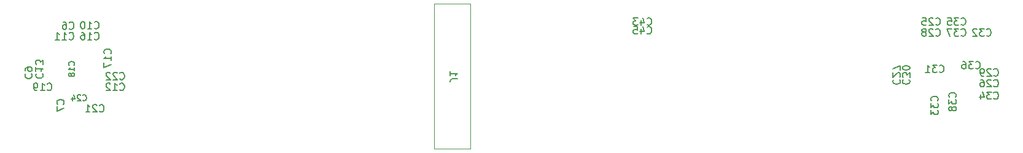
<source format=gbr>
G04 #@! TF.GenerationSoftware,KiCad,Pcbnew,5.99.0-unknown-3cd1208~100~ubuntu18.04.1*
G04 #@! TF.CreationDate,2019-09-26T13:34:42+08:00*
G04 #@! TF.ProjectId,external_camera,65787465-726e-4616-9c5f-63616d657261,rev?*
G04 #@! TF.SameCoordinates,Original*
G04 #@! TF.FileFunction,Legend,Bot*
G04 #@! TF.FilePolarity,Positive*
%FSLAX46Y46*%
G04 Gerber Fmt 4.6, Leading zero omitted, Abs format (unit mm)*
G04 Created by KiCad (PCBNEW 5.99.0-unknown-3cd1208~100~ubuntu18.04.1) date 2019-09-26 13:34:42*
%MOMM*%
%LPD*%
G04 APERTURE LIST*
%ADD10C,0.120000*%
%ADD11C,0.150000*%
G04 APERTURE END LIST*
D10*
X99000000Y-100000000D02*
X99000000Y-80000000D01*
X99000000Y-80000000D02*
X94000000Y-80000000D01*
X99000000Y-100000000D02*
X94000000Y-100000000D01*
X94000000Y-100000000D02*
X94000000Y-80000000D01*
D11*
X123342857Y-84057142D02*
X123390476Y-84104761D01*
X123533333Y-84152380D01*
X123628571Y-84152380D01*
X123771428Y-84104761D01*
X123866666Y-84009523D01*
X123914285Y-83914285D01*
X123961904Y-83723809D01*
X123961904Y-83580952D01*
X123914285Y-83390476D01*
X123866666Y-83295238D01*
X123771428Y-83200000D01*
X123628571Y-83152380D01*
X123533333Y-83152380D01*
X123390476Y-83200000D01*
X123342857Y-83247619D01*
X122485714Y-83485714D02*
X122485714Y-84152380D01*
X122723809Y-83104761D02*
X122961904Y-83819047D01*
X122342857Y-83819047D01*
X121485714Y-83152380D02*
X121961904Y-83152380D01*
X122009523Y-83628571D01*
X121961904Y-83580952D01*
X121866666Y-83533333D01*
X121628571Y-83533333D01*
X121533333Y-83580952D01*
X121485714Y-83628571D01*
X121438095Y-83723809D01*
X121438095Y-83961904D01*
X121485714Y-84057142D01*
X121533333Y-84104761D01*
X121628571Y-84152380D01*
X121866666Y-84152380D01*
X121961904Y-84104761D01*
X122009523Y-84057142D01*
X123342857Y-82857142D02*
X123390476Y-82904761D01*
X123533333Y-82952380D01*
X123628571Y-82952380D01*
X123771428Y-82904761D01*
X123866666Y-82809523D01*
X123914285Y-82714285D01*
X123961904Y-82523809D01*
X123961904Y-82380952D01*
X123914285Y-82190476D01*
X123866666Y-82095238D01*
X123771428Y-82000000D01*
X123628571Y-81952380D01*
X123533333Y-81952380D01*
X123390476Y-82000000D01*
X123342857Y-82047619D01*
X122485714Y-82285714D02*
X122485714Y-82952380D01*
X122723809Y-81904761D02*
X122961904Y-82619047D01*
X122342857Y-82619047D01*
X122057142Y-81952380D02*
X121438095Y-81952380D01*
X121771428Y-82333333D01*
X121628571Y-82333333D01*
X121533333Y-82380952D01*
X121485714Y-82428571D01*
X121438095Y-82523809D01*
X121438095Y-82761904D01*
X121485714Y-82857142D01*
X121533333Y-82904761D01*
X121628571Y-82952380D01*
X121914285Y-82952380D01*
X122009523Y-82904761D01*
X122057142Y-82857142D01*
X165857142Y-92857142D02*
X165904761Y-92809523D01*
X165952380Y-92666666D01*
X165952380Y-92571428D01*
X165904761Y-92428571D01*
X165809523Y-92333333D01*
X165714285Y-92285714D01*
X165523809Y-92238095D01*
X165380952Y-92238095D01*
X165190476Y-92285714D01*
X165095238Y-92333333D01*
X165000000Y-92428571D01*
X164952380Y-92571428D01*
X164952380Y-92666666D01*
X165000000Y-92809523D01*
X165047619Y-92857142D01*
X164952380Y-93190476D02*
X164952380Y-93809523D01*
X165333333Y-93476190D01*
X165333333Y-93619047D01*
X165380952Y-93714285D01*
X165428571Y-93761904D01*
X165523809Y-93809523D01*
X165761904Y-93809523D01*
X165857142Y-93761904D01*
X165904761Y-93714285D01*
X165952380Y-93619047D01*
X165952380Y-93333333D01*
X165904761Y-93238095D01*
X165857142Y-93190476D01*
X165380952Y-94380952D02*
X165333333Y-94285714D01*
X165285714Y-94238095D01*
X165190476Y-94190476D01*
X165142857Y-94190476D01*
X165047619Y-94238095D01*
X165000000Y-94285714D01*
X164952380Y-94380952D01*
X164952380Y-94571428D01*
X165000000Y-94666666D01*
X165047619Y-94714285D01*
X165142857Y-94761904D01*
X165190476Y-94761904D01*
X165285714Y-94714285D01*
X165333333Y-94666666D01*
X165380952Y-94571428D01*
X165380952Y-94380952D01*
X165428571Y-94285714D01*
X165476190Y-94238095D01*
X165571428Y-94190476D01*
X165761904Y-94190476D01*
X165857142Y-94238095D01*
X165904761Y-94285714D01*
X165952380Y-94380952D01*
X165952380Y-94571428D01*
X165904761Y-94666666D01*
X165857142Y-94714285D01*
X165761904Y-94761904D01*
X165571428Y-94761904D01*
X165476190Y-94714285D01*
X165428571Y-94666666D01*
X165380952Y-94571428D01*
X166642857Y-84357142D02*
X166690476Y-84404761D01*
X166833333Y-84452380D01*
X166928571Y-84452380D01*
X167071428Y-84404761D01*
X167166666Y-84309523D01*
X167214285Y-84214285D01*
X167261904Y-84023809D01*
X167261904Y-83880952D01*
X167214285Y-83690476D01*
X167166666Y-83595238D01*
X167071428Y-83500000D01*
X166928571Y-83452380D01*
X166833333Y-83452380D01*
X166690476Y-83500000D01*
X166642857Y-83547619D01*
X166309523Y-83452380D02*
X165690476Y-83452380D01*
X166023809Y-83833333D01*
X165880952Y-83833333D01*
X165785714Y-83880952D01*
X165738095Y-83928571D01*
X165690476Y-84023809D01*
X165690476Y-84261904D01*
X165738095Y-84357142D01*
X165785714Y-84404761D01*
X165880952Y-84452380D01*
X166166666Y-84452380D01*
X166261904Y-84404761D01*
X166309523Y-84357142D01*
X165357142Y-83452380D02*
X164690476Y-83452380D01*
X165119047Y-84452380D01*
X168642857Y-88857142D02*
X168690476Y-88904761D01*
X168833333Y-88952380D01*
X168928571Y-88952380D01*
X169071428Y-88904761D01*
X169166666Y-88809523D01*
X169214285Y-88714285D01*
X169261904Y-88523809D01*
X169261904Y-88380952D01*
X169214285Y-88190476D01*
X169166666Y-88095238D01*
X169071428Y-88000000D01*
X168928571Y-87952380D01*
X168833333Y-87952380D01*
X168690476Y-88000000D01*
X168642857Y-88047619D01*
X168309523Y-87952380D02*
X167690476Y-87952380D01*
X168023809Y-88333333D01*
X167880952Y-88333333D01*
X167785714Y-88380952D01*
X167738095Y-88428571D01*
X167690476Y-88523809D01*
X167690476Y-88761904D01*
X167738095Y-88857142D01*
X167785714Y-88904761D01*
X167880952Y-88952380D01*
X168166666Y-88952380D01*
X168261904Y-88904761D01*
X168309523Y-88857142D01*
X166833333Y-87952380D02*
X167023809Y-87952380D01*
X167119047Y-88000000D01*
X167166666Y-88047619D01*
X167261904Y-88190476D01*
X167309523Y-88380952D01*
X167309523Y-88761904D01*
X167261904Y-88857142D01*
X167214285Y-88904761D01*
X167119047Y-88952380D01*
X166928571Y-88952380D01*
X166833333Y-88904761D01*
X166785714Y-88857142D01*
X166738095Y-88761904D01*
X166738095Y-88523809D01*
X166785714Y-88428571D01*
X166833333Y-88380952D01*
X166928571Y-88333333D01*
X167119047Y-88333333D01*
X167214285Y-88380952D01*
X167261904Y-88428571D01*
X167309523Y-88523809D01*
X166642857Y-82857142D02*
X166690476Y-82904761D01*
X166833333Y-82952380D01*
X166928571Y-82952380D01*
X167071428Y-82904761D01*
X167166666Y-82809523D01*
X167214285Y-82714285D01*
X167261904Y-82523809D01*
X167261904Y-82380952D01*
X167214285Y-82190476D01*
X167166666Y-82095238D01*
X167071428Y-82000000D01*
X166928571Y-81952380D01*
X166833333Y-81952380D01*
X166690476Y-82000000D01*
X166642857Y-82047619D01*
X166309523Y-81952380D02*
X165690476Y-81952380D01*
X166023809Y-82333333D01*
X165880952Y-82333333D01*
X165785714Y-82380952D01*
X165738095Y-82428571D01*
X165690476Y-82523809D01*
X165690476Y-82761904D01*
X165738095Y-82857142D01*
X165785714Y-82904761D01*
X165880952Y-82952380D01*
X166166666Y-82952380D01*
X166261904Y-82904761D01*
X166309523Y-82857142D01*
X164785714Y-81952380D02*
X165261904Y-81952380D01*
X165309523Y-82428571D01*
X165261904Y-82380952D01*
X165166666Y-82333333D01*
X164928571Y-82333333D01*
X164833333Y-82380952D01*
X164785714Y-82428571D01*
X164738095Y-82523809D01*
X164738095Y-82761904D01*
X164785714Y-82857142D01*
X164833333Y-82904761D01*
X164928571Y-82952380D01*
X165166666Y-82952380D01*
X165261904Y-82904761D01*
X165309523Y-82857142D01*
X171142857Y-93057142D02*
X171190476Y-93104761D01*
X171333333Y-93152380D01*
X171428571Y-93152380D01*
X171571428Y-93104761D01*
X171666666Y-93009523D01*
X171714285Y-92914285D01*
X171761904Y-92723809D01*
X171761904Y-92580952D01*
X171714285Y-92390476D01*
X171666666Y-92295238D01*
X171571428Y-92200000D01*
X171428571Y-92152380D01*
X171333333Y-92152380D01*
X171190476Y-92200000D01*
X171142857Y-92247619D01*
X170809523Y-92152380D02*
X170190476Y-92152380D01*
X170523809Y-92533333D01*
X170380952Y-92533333D01*
X170285714Y-92580952D01*
X170238095Y-92628571D01*
X170190476Y-92723809D01*
X170190476Y-92961904D01*
X170238095Y-93057142D01*
X170285714Y-93104761D01*
X170380952Y-93152380D01*
X170666666Y-93152380D01*
X170761904Y-93104761D01*
X170809523Y-93057142D01*
X169333333Y-92485714D02*
X169333333Y-93152380D01*
X169571428Y-92104761D02*
X169809523Y-92819047D01*
X169190476Y-92819047D01*
X163357142Y-93357142D02*
X163404761Y-93309523D01*
X163452380Y-93166666D01*
X163452380Y-93071428D01*
X163404761Y-92928571D01*
X163309523Y-92833333D01*
X163214285Y-92785714D01*
X163023809Y-92738095D01*
X162880952Y-92738095D01*
X162690476Y-92785714D01*
X162595238Y-92833333D01*
X162500000Y-92928571D01*
X162452380Y-93071428D01*
X162452380Y-93166666D01*
X162500000Y-93309523D01*
X162547619Y-93357142D01*
X162452380Y-93690476D02*
X162452380Y-94309523D01*
X162833333Y-93976190D01*
X162833333Y-94119047D01*
X162880952Y-94214285D01*
X162928571Y-94261904D01*
X163023809Y-94309523D01*
X163261904Y-94309523D01*
X163357142Y-94261904D01*
X163404761Y-94214285D01*
X163452380Y-94119047D01*
X163452380Y-93833333D01*
X163404761Y-93738095D01*
X163357142Y-93690476D01*
X162452380Y-94642857D02*
X162452380Y-95261904D01*
X162833333Y-94928571D01*
X162833333Y-95071428D01*
X162880952Y-95166666D01*
X162928571Y-95214285D01*
X163023809Y-95261904D01*
X163261904Y-95261904D01*
X163357142Y-95214285D01*
X163404761Y-95166666D01*
X163452380Y-95071428D01*
X163452380Y-94785714D01*
X163404761Y-94690476D01*
X163357142Y-94642857D01*
X170142857Y-84357142D02*
X170190476Y-84404761D01*
X170333333Y-84452380D01*
X170428571Y-84452380D01*
X170571428Y-84404761D01*
X170666666Y-84309523D01*
X170714285Y-84214285D01*
X170761904Y-84023809D01*
X170761904Y-83880952D01*
X170714285Y-83690476D01*
X170666666Y-83595238D01*
X170571428Y-83500000D01*
X170428571Y-83452380D01*
X170333333Y-83452380D01*
X170190476Y-83500000D01*
X170142857Y-83547619D01*
X169809523Y-83452380D02*
X169190476Y-83452380D01*
X169523809Y-83833333D01*
X169380952Y-83833333D01*
X169285714Y-83880952D01*
X169238095Y-83928571D01*
X169190476Y-84023809D01*
X169190476Y-84261904D01*
X169238095Y-84357142D01*
X169285714Y-84404761D01*
X169380952Y-84452380D01*
X169666666Y-84452380D01*
X169761904Y-84404761D01*
X169809523Y-84357142D01*
X168809523Y-83547619D02*
X168761904Y-83500000D01*
X168666666Y-83452380D01*
X168428571Y-83452380D01*
X168333333Y-83500000D01*
X168285714Y-83547619D01*
X168238095Y-83642857D01*
X168238095Y-83738095D01*
X168285714Y-83880952D01*
X168857142Y-84452380D01*
X168238095Y-84452380D01*
X163642857Y-89357142D02*
X163690476Y-89404761D01*
X163833333Y-89452380D01*
X163928571Y-89452380D01*
X164071428Y-89404761D01*
X164166666Y-89309523D01*
X164214285Y-89214285D01*
X164261904Y-89023809D01*
X164261904Y-88880952D01*
X164214285Y-88690476D01*
X164166666Y-88595238D01*
X164071428Y-88500000D01*
X163928571Y-88452380D01*
X163833333Y-88452380D01*
X163690476Y-88500000D01*
X163642857Y-88547619D01*
X163309523Y-88452380D02*
X162690476Y-88452380D01*
X163023809Y-88833333D01*
X162880952Y-88833333D01*
X162785714Y-88880952D01*
X162738095Y-88928571D01*
X162690476Y-89023809D01*
X162690476Y-89261904D01*
X162738095Y-89357142D01*
X162785714Y-89404761D01*
X162880952Y-89452380D01*
X163166666Y-89452380D01*
X163261904Y-89404761D01*
X163309523Y-89357142D01*
X161738095Y-89452380D02*
X162309523Y-89452380D01*
X162023809Y-89452380D02*
X162023809Y-88452380D01*
X162119047Y-88595238D01*
X162214285Y-88690476D01*
X162309523Y-88738095D01*
X158642857Y-90457857D02*
X158595238Y-90505476D01*
X158547619Y-90648333D01*
X158547619Y-90743571D01*
X158595238Y-90886428D01*
X158690476Y-90981666D01*
X158785714Y-91029285D01*
X158976190Y-91076904D01*
X159119047Y-91076904D01*
X159309523Y-91029285D01*
X159404761Y-90981666D01*
X159500000Y-90886428D01*
X159547619Y-90743571D01*
X159547619Y-90648333D01*
X159500000Y-90505476D01*
X159452380Y-90457857D01*
X159547619Y-90124523D02*
X159547619Y-89505476D01*
X159166666Y-89838809D01*
X159166666Y-89695952D01*
X159119047Y-89600714D01*
X159071428Y-89553095D01*
X158976190Y-89505476D01*
X158738095Y-89505476D01*
X158642857Y-89553095D01*
X158595238Y-89600714D01*
X158547619Y-89695952D01*
X158547619Y-89981666D01*
X158595238Y-90076904D01*
X158642857Y-90124523D01*
X159547619Y-88886428D02*
X159547619Y-88791190D01*
X159500000Y-88695952D01*
X159452380Y-88648333D01*
X159357142Y-88600714D01*
X159166666Y-88553095D01*
X158928571Y-88553095D01*
X158738095Y-88600714D01*
X158642857Y-88648333D01*
X158595238Y-88695952D01*
X158547619Y-88791190D01*
X158547619Y-88886428D01*
X158595238Y-88981666D01*
X158642857Y-89029285D01*
X158738095Y-89076904D01*
X158928571Y-89124523D01*
X159166666Y-89124523D01*
X159357142Y-89076904D01*
X159452380Y-89029285D01*
X159500000Y-88981666D01*
X159547619Y-88886428D01*
X171142857Y-89857142D02*
X171190476Y-89904761D01*
X171333333Y-89952380D01*
X171428571Y-89952380D01*
X171571428Y-89904761D01*
X171666666Y-89809523D01*
X171714285Y-89714285D01*
X171761904Y-89523809D01*
X171761904Y-89380952D01*
X171714285Y-89190476D01*
X171666666Y-89095238D01*
X171571428Y-89000000D01*
X171428571Y-88952380D01*
X171333333Y-88952380D01*
X171190476Y-89000000D01*
X171142857Y-89047619D01*
X170761904Y-89047619D02*
X170714285Y-89000000D01*
X170619047Y-88952380D01*
X170380952Y-88952380D01*
X170285714Y-89000000D01*
X170238095Y-89047619D01*
X170190476Y-89142857D01*
X170190476Y-89238095D01*
X170238095Y-89380952D01*
X170809523Y-89952380D01*
X170190476Y-89952380D01*
X169714285Y-89952380D02*
X169523809Y-89952380D01*
X169428571Y-89904761D01*
X169380952Y-89857142D01*
X169285714Y-89714285D01*
X169238095Y-89523809D01*
X169238095Y-89142857D01*
X169285714Y-89047619D01*
X169333333Y-89000000D01*
X169428571Y-88952380D01*
X169619047Y-88952380D01*
X169714285Y-89000000D01*
X169761904Y-89047619D01*
X169809523Y-89142857D01*
X169809523Y-89380952D01*
X169761904Y-89476190D01*
X169714285Y-89523809D01*
X169619047Y-89571428D01*
X169428571Y-89571428D01*
X169333333Y-89523809D01*
X169285714Y-89476190D01*
X169238095Y-89380952D01*
X163142857Y-84357142D02*
X163190476Y-84404761D01*
X163333333Y-84452380D01*
X163428571Y-84452380D01*
X163571428Y-84404761D01*
X163666666Y-84309523D01*
X163714285Y-84214285D01*
X163761904Y-84023809D01*
X163761904Y-83880952D01*
X163714285Y-83690476D01*
X163666666Y-83595238D01*
X163571428Y-83500000D01*
X163428571Y-83452380D01*
X163333333Y-83452380D01*
X163190476Y-83500000D01*
X163142857Y-83547619D01*
X162761904Y-83547619D02*
X162714285Y-83500000D01*
X162619047Y-83452380D01*
X162380952Y-83452380D01*
X162285714Y-83500000D01*
X162238095Y-83547619D01*
X162190476Y-83642857D01*
X162190476Y-83738095D01*
X162238095Y-83880952D01*
X162809523Y-84452380D01*
X162190476Y-84452380D01*
X161619047Y-83880952D02*
X161714285Y-83833333D01*
X161761904Y-83785714D01*
X161809523Y-83690476D01*
X161809523Y-83642857D01*
X161761904Y-83547619D01*
X161714285Y-83500000D01*
X161619047Y-83452380D01*
X161428571Y-83452380D01*
X161333333Y-83500000D01*
X161285714Y-83547619D01*
X161238095Y-83642857D01*
X161238095Y-83690476D01*
X161285714Y-83785714D01*
X161333333Y-83833333D01*
X161428571Y-83880952D01*
X161619047Y-83880952D01*
X161714285Y-83928571D01*
X161761904Y-83976190D01*
X161809523Y-84071428D01*
X161809523Y-84261904D01*
X161761904Y-84357142D01*
X161714285Y-84404761D01*
X161619047Y-84452380D01*
X161428571Y-84452380D01*
X161333333Y-84404761D01*
X161285714Y-84357142D01*
X161238095Y-84261904D01*
X161238095Y-84071428D01*
X161285714Y-83976190D01*
X161333333Y-83928571D01*
X161428571Y-83880952D01*
X157342857Y-90457857D02*
X157295238Y-90505476D01*
X157247619Y-90648333D01*
X157247619Y-90743571D01*
X157295238Y-90886428D01*
X157390476Y-90981666D01*
X157485714Y-91029285D01*
X157676190Y-91076904D01*
X157819047Y-91076904D01*
X158009523Y-91029285D01*
X158104761Y-90981666D01*
X158200000Y-90886428D01*
X158247619Y-90743571D01*
X158247619Y-90648333D01*
X158200000Y-90505476D01*
X158152380Y-90457857D01*
X158152380Y-90076904D02*
X158200000Y-90029285D01*
X158247619Y-89934047D01*
X158247619Y-89695952D01*
X158200000Y-89600714D01*
X158152380Y-89553095D01*
X158057142Y-89505476D01*
X157961904Y-89505476D01*
X157819047Y-89553095D01*
X157247619Y-90124523D01*
X157247619Y-89505476D01*
X158247619Y-89172142D02*
X158247619Y-88505476D01*
X157247619Y-88934047D01*
X171142857Y-91357142D02*
X171190476Y-91404761D01*
X171333333Y-91452380D01*
X171428571Y-91452380D01*
X171571428Y-91404761D01*
X171666666Y-91309523D01*
X171714285Y-91214285D01*
X171761904Y-91023809D01*
X171761904Y-90880952D01*
X171714285Y-90690476D01*
X171666666Y-90595238D01*
X171571428Y-90500000D01*
X171428571Y-90452380D01*
X171333333Y-90452380D01*
X171190476Y-90500000D01*
X171142857Y-90547619D01*
X170761904Y-90547619D02*
X170714285Y-90500000D01*
X170619047Y-90452380D01*
X170380952Y-90452380D01*
X170285714Y-90500000D01*
X170238095Y-90547619D01*
X170190476Y-90642857D01*
X170190476Y-90738095D01*
X170238095Y-90880952D01*
X170809523Y-91452380D01*
X170190476Y-91452380D01*
X169333333Y-90452380D02*
X169523809Y-90452380D01*
X169619047Y-90500000D01*
X169666666Y-90547619D01*
X169761904Y-90690476D01*
X169809523Y-90880952D01*
X169809523Y-91261904D01*
X169761904Y-91357142D01*
X169714285Y-91404761D01*
X169619047Y-91452380D01*
X169428571Y-91452380D01*
X169333333Y-91404761D01*
X169285714Y-91357142D01*
X169238095Y-91261904D01*
X169238095Y-91023809D01*
X169285714Y-90928571D01*
X169333333Y-90880952D01*
X169428571Y-90833333D01*
X169619047Y-90833333D01*
X169714285Y-90880952D01*
X169761904Y-90928571D01*
X169809523Y-91023809D01*
X163142857Y-82857142D02*
X163190476Y-82904761D01*
X163333333Y-82952380D01*
X163428571Y-82952380D01*
X163571428Y-82904761D01*
X163666666Y-82809523D01*
X163714285Y-82714285D01*
X163761904Y-82523809D01*
X163761904Y-82380952D01*
X163714285Y-82190476D01*
X163666666Y-82095238D01*
X163571428Y-82000000D01*
X163428571Y-81952380D01*
X163333333Y-81952380D01*
X163190476Y-82000000D01*
X163142857Y-82047619D01*
X162761904Y-82047619D02*
X162714285Y-82000000D01*
X162619047Y-81952380D01*
X162380952Y-81952380D01*
X162285714Y-82000000D01*
X162238095Y-82047619D01*
X162190476Y-82142857D01*
X162190476Y-82238095D01*
X162238095Y-82380952D01*
X162809523Y-82952380D01*
X162190476Y-82952380D01*
X161285714Y-81952380D02*
X161761904Y-81952380D01*
X161809523Y-82428571D01*
X161761904Y-82380952D01*
X161666666Y-82333333D01*
X161428571Y-82333333D01*
X161333333Y-82380952D01*
X161285714Y-82428571D01*
X161238095Y-82523809D01*
X161238095Y-82761904D01*
X161285714Y-82857142D01*
X161333333Y-82904761D01*
X161428571Y-82952380D01*
X161666666Y-82952380D01*
X161761904Y-82904761D01*
X161809523Y-82857142D01*
X45514285Y-93285714D02*
X45552380Y-93323809D01*
X45666666Y-93361904D01*
X45742857Y-93361904D01*
X45857142Y-93323809D01*
X45933333Y-93247619D01*
X45971428Y-93171428D01*
X46009523Y-93019047D01*
X46009523Y-92904761D01*
X45971428Y-92752380D01*
X45933333Y-92676190D01*
X45857142Y-92600000D01*
X45742857Y-92561904D01*
X45666666Y-92561904D01*
X45552380Y-92600000D01*
X45514285Y-92638095D01*
X45209523Y-92638095D02*
X45171428Y-92600000D01*
X45095238Y-92561904D01*
X44904761Y-92561904D01*
X44828571Y-92600000D01*
X44790476Y-92638095D01*
X44752380Y-92714285D01*
X44752380Y-92790476D01*
X44790476Y-92904761D01*
X45247619Y-93361904D01*
X44752380Y-93361904D01*
X44066666Y-92828571D02*
X44066666Y-93361904D01*
X44257142Y-92523809D02*
X44447619Y-93095238D01*
X43952380Y-93095238D01*
X50642857Y-90357142D02*
X50690476Y-90404761D01*
X50833333Y-90452380D01*
X50928571Y-90452380D01*
X51071428Y-90404761D01*
X51166666Y-90309523D01*
X51214285Y-90214285D01*
X51261904Y-90023809D01*
X51261904Y-89880952D01*
X51214285Y-89690476D01*
X51166666Y-89595238D01*
X51071428Y-89500000D01*
X50928571Y-89452380D01*
X50833333Y-89452380D01*
X50690476Y-89500000D01*
X50642857Y-89547619D01*
X50261904Y-89547619D02*
X50214285Y-89500000D01*
X50119047Y-89452380D01*
X49880952Y-89452380D01*
X49785714Y-89500000D01*
X49738095Y-89547619D01*
X49690476Y-89642857D01*
X49690476Y-89738095D01*
X49738095Y-89880952D01*
X50309523Y-90452380D01*
X49690476Y-90452380D01*
X49309523Y-89547619D02*
X49261904Y-89500000D01*
X49166666Y-89452380D01*
X48928571Y-89452380D01*
X48833333Y-89500000D01*
X48785714Y-89547619D01*
X48738095Y-89642857D01*
X48738095Y-89738095D01*
X48785714Y-89880952D01*
X49357142Y-90452380D01*
X48738095Y-90452380D01*
X47842857Y-94812142D02*
X47890476Y-94859761D01*
X48033333Y-94907380D01*
X48128571Y-94907380D01*
X48271428Y-94859761D01*
X48366666Y-94764523D01*
X48414285Y-94669285D01*
X48461904Y-94478809D01*
X48461904Y-94335952D01*
X48414285Y-94145476D01*
X48366666Y-94050238D01*
X48271428Y-93955000D01*
X48128571Y-93907380D01*
X48033333Y-93907380D01*
X47890476Y-93955000D01*
X47842857Y-94002619D01*
X47461904Y-94002619D02*
X47414285Y-93955000D01*
X47319047Y-93907380D01*
X47080952Y-93907380D01*
X46985714Y-93955000D01*
X46938095Y-94002619D01*
X46890476Y-94097857D01*
X46890476Y-94193095D01*
X46938095Y-94335952D01*
X47509523Y-94907380D01*
X46890476Y-94907380D01*
X45938095Y-94907380D02*
X46509523Y-94907380D01*
X46223809Y-94907380D02*
X46223809Y-93907380D01*
X46319047Y-94050238D01*
X46414285Y-94145476D01*
X46509523Y-94193095D01*
X40642857Y-91857142D02*
X40690476Y-91904761D01*
X40833333Y-91952380D01*
X40928571Y-91952380D01*
X41071428Y-91904761D01*
X41166666Y-91809523D01*
X41214285Y-91714285D01*
X41261904Y-91523809D01*
X41261904Y-91380952D01*
X41214285Y-91190476D01*
X41166666Y-91095238D01*
X41071428Y-91000000D01*
X40928571Y-90952380D01*
X40833333Y-90952380D01*
X40690476Y-91000000D01*
X40642857Y-91047619D01*
X39690476Y-91952380D02*
X40261904Y-91952380D01*
X39976190Y-91952380D02*
X39976190Y-90952380D01*
X40071428Y-91095238D01*
X40166666Y-91190476D01*
X40261904Y-91238095D01*
X39214285Y-91952380D02*
X39023809Y-91952380D01*
X38928571Y-91904761D01*
X38880952Y-91857142D01*
X38785714Y-91714285D01*
X38738095Y-91523809D01*
X38738095Y-91142857D01*
X38785714Y-91047619D01*
X38833333Y-91000000D01*
X38928571Y-90952380D01*
X39119047Y-90952380D01*
X39214285Y-91000000D01*
X39261904Y-91047619D01*
X39309523Y-91142857D01*
X39309523Y-91380952D01*
X39261904Y-91476190D01*
X39214285Y-91523809D01*
X39119047Y-91571428D01*
X38928571Y-91571428D01*
X38833333Y-91523809D01*
X38785714Y-91476190D01*
X38738095Y-91380952D01*
X44285714Y-88485714D02*
X44323809Y-88447619D01*
X44361904Y-88333333D01*
X44361904Y-88257142D01*
X44323809Y-88142857D01*
X44247619Y-88066666D01*
X44171428Y-88028571D01*
X44019047Y-87990476D01*
X43904761Y-87990476D01*
X43752380Y-88028571D01*
X43676190Y-88066666D01*
X43600000Y-88142857D01*
X43561904Y-88257142D01*
X43561904Y-88333333D01*
X43600000Y-88447619D01*
X43638095Y-88485714D01*
X44361904Y-89247619D02*
X44361904Y-88790476D01*
X44361904Y-89019047D02*
X43561904Y-89019047D01*
X43676190Y-88942857D01*
X43752380Y-88866666D01*
X43790476Y-88790476D01*
X43904761Y-89704761D02*
X43866666Y-89628571D01*
X43828571Y-89590476D01*
X43752380Y-89552380D01*
X43714285Y-89552380D01*
X43638095Y-89590476D01*
X43600000Y-89628571D01*
X43561904Y-89704761D01*
X43561904Y-89857142D01*
X43600000Y-89933333D01*
X43638095Y-89971428D01*
X43714285Y-90009523D01*
X43752380Y-90009523D01*
X43828571Y-89971428D01*
X43866666Y-89933333D01*
X43904761Y-89857142D01*
X43904761Y-89704761D01*
X43942857Y-89628571D01*
X43980952Y-89590476D01*
X44057142Y-89552380D01*
X44209523Y-89552380D01*
X44285714Y-89590476D01*
X44323809Y-89628571D01*
X44361904Y-89704761D01*
X44361904Y-89857142D01*
X44323809Y-89933333D01*
X44285714Y-89971428D01*
X44209523Y-90009523D01*
X44057142Y-90009523D01*
X43980952Y-89971428D01*
X43942857Y-89933333D01*
X43904761Y-89857142D01*
X49357142Y-86857142D02*
X49404761Y-86809523D01*
X49452380Y-86666666D01*
X49452380Y-86571428D01*
X49404761Y-86428571D01*
X49309523Y-86333333D01*
X49214285Y-86285714D01*
X49023809Y-86238095D01*
X48880952Y-86238095D01*
X48690476Y-86285714D01*
X48595238Y-86333333D01*
X48500000Y-86428571D01*
X48452380Y-86571428D01*
X48452380Y-86666666D01*
X48500000Y-86809523D01*
X48547619Y-86857142D01*
X49452380Y-87809523D02*
X49452380Y-87238095D01*
X49452380Y-87523809D02*
X48452380Y-87523809D01*
X48595238Y-87428571D01*
X48690476Y-87333333D01*
X48738095Y-87238095D01*
X48452380Y-88142857D02*
X48452380Y-88809523D01*
X49452380Y-88380952D01*
X47142857Y-84857142D02*
X47190476Y-84904761D01*
X47333333Y-84952380D01*
X47428571Y-84952380D01*
X47571428Y-84904761D01*
X47666666Y-84809523D01*
X47714285Y-84714285D01*
X47761904Y-84523809D01*
X47761904Y-84380952D01*
X47714285Y-84190476D01*
X47666666Y-84095238D01*
X47571428Y-84000000D01*
X47428571Y-83952380D01*
X47333333Y-83952380D01*
X47190476Y-84000000D01*
X47142857Y-84047619D01*
X46190476Y-84952380D02*
X46761904Y-84952380D01*
X46476190Y-84952380D02*
X46476190Y-83952380D01*
X46571428Y-84095238D01*
X46666666Y-84190476D01*
X46761904Y-84238095D01*
X45333333Y-83952380D02*
X45523809Y-83952380D01*
X45619047Y-84000000D01*
X45666666Y-84047619D01*
X45761904Y-84190476D01*
X45809523Y-84380952D01*
X45809523Y-84761904D01*
X45761904Y-84857142D01*
X45714285Y-84904761D01*
X45619047Y-84952380D01*
X45428571Y-84952380D01*
X45333333Y-84904761D01*
X45285714Y-84857142D01*
X45238095Y-84761904D01*
X45238095Y-84523809D01*
X45285714Y-84428571D01*
X45333333Y-84380952D01*
X45428571Y-84333333D01*
X45619047Y-84333333D01*
X45714285Y-84380952D01*
X45761904Y-84428571D01*
X45809523Y-84523809D01*
X39142857Y-89642857D02*
X39095238Y-89690476D01*
X39047619Y-89833333D01*
X39047619Y-89928571D01*
X39095238Y-90071428D01*
X39190476Y-90166666D01*
X39285714Y-90214285D01*
X39476190Y-90261904D01*
X39619047Y-90261904D01*
X39809523Y-90214285D01*
X39904761Y-90166666D01*
X40000000Y-90071428D01*
X40047619Y-89928571D01*
X40047619Y-89833333D01*
X40000000Y-89690476D01*
X39952380Y-89642857D01*
X39047619Y-88690476D02*
X39047619Y-89261904D01*
X39047619Y-88976190D02*
X40047619Y-88976190D01*
X39904761Y-89071428D01*
X39809523Y-89166666D01*
X39761904Y-89261904D01*
X40047619Y-88357142D02*
X40047619Y-87738095D01*
X39666666Y-88071428D01*
X39666666Y-87928571D01*
X39619047Y-87833333D01*
X39571428Y-87785714D01*
X39476190Y-87738095D01*
X39238095Y-87738095D01*
X39142857Y-87785714D01*
X39095238Y-87833333D01*
X39047619Y-87928571D01*
X39047619Y-88214285D01*
X39095238Y-88309523D01*
X39142857Y-88357142D01*
X50642857Y-91857142D02*
X50690476Y-91904761D01*
X50833333Y-91952380D01*
X50928571Y-91952380D01*
X51071428Y-91904761D01*
X51166666Y-91809523D01*
X51214285Y-91714285D01*
X51261904Y-91523809D01*
X51261904Y-91380952D01*
X51214285Y-91190476D01*
X51166666Y-91095238D01*
X51071428Y-91000000D01*
X50928571Y-90952380D01*
X50833333Y-90952380D01*
X50690476Y-91000000D01*
X50642857Y-91047619D01*
X49690476Y-91952380D02*
X50261904Y-91952380D01*
X49976190Y-91952380D02*
X49976190Y-90952380D01*
X50071428Y-91095238D01*
X50166666Y-91190476D01*
X50261904Y-91238095D01*
X49309523Y-91047619D02*
X49261904Y-91000000D01*
X49166666Y-90952380D01*
X48928571Y-90952380D01*
X48833333Y-91000000D01*
X48785714Y-91047619D01*
X48738095Y-91142857D01*
X48738095Y-91238095D01*
X48785714Y-91380952D01*
X49357142Y-91952380D01*
X48738095Y-91952380D01*
X43642857Y-84857142D02*
X43690476Y-84904761D01*
X43833333Y-84952380D01*
X43928571Y-84952380D01*
X44071428Y-84904761D01*
X44166666Y-84809523D01*
X44214285Y-84714285D01*
X44261904Y-84523809D01*
X44261904Y-84380952D01*
X44214285Y-84190476D01*
X44166666Y-84095238D01*
X44071428Y-84000000D01*
X43928571Y-83952380D01*
X43833333Y-83952380D01*
X43690476Y-84000000D01*
X43642857Y-84047619D01*
X42690476Y-84952380D02*
X43261904Y-84952380D01*
X42976190Y-84952380D02*
X42976190Y-83952380D01*
X43071428Y-84095238D01*
X43166666Y-84190476D01*
X43261904Y-84238095D01*
X41738095Y-84952380D02*
X42309523Y-84952380D01*
X42023809Y-84952380D02*
X42023809Y-83952380D01*
X42119047Y-84095238D01*
X42214285Y-84190476D01*
X42309523Y-84238095D01*
X47142857Y-83357142D02*
X47190476Y-83404761D01*
X47333333Y-83452380D01*
X47428571Y-83452380D01*
X47571428Y-83404761D01*
X47666666Y-83309523D01*
X47714285Y-83214285D01*
X47761904Y-83023809D01*
X47761904Y-82880952D01*
X47714285Y-82690476D01*
X47666666Y-82595238D01*
X47571428Y-82500000D01*
X47428571Y-82452380D01*
X47333333Y-82452380D01*
X47190476Y-82500000D01*
X47142857Y-82547619D01*
X46190476Y-83452380D02*
X46761904Y-83452380D01*
X46476190Y-83452380D02*
X46476190Y-82452380D01*
X46571428Y-82595238D01*
X46666666Y-82690476D01*
X46761904Y-82738095D01*
X45571428Y-82452380D02*
X45476190Y-82452380D01*
X45380952Y-82500000D01*
X45333333Y-82547619D01*
X45285714Y-82642857D01*
X45238095Y-82833333D01*
X45238095Y-83071428D01*
X45285714Y-83261904D01*
X45333333Y-83357142D01*
X45380952Y-83404761D01*
X45476190Y-83452380D01*
X45571428Y-83452380D01*
X45666666Y-83404761D01*
X45714285Y-83357142D01*
X45761904Y-83261904D01*
X45809523Y-83071428D01*
X45809523Y-82833333D01*
X45761904Y-82642857D01*
X45714285Y-82547619D01*
X45666666Y-82500000D01*
X45571428Y-82452380D01*
X37642857Y-89666666D02*
X37595238Y-89714285D01*
X37547619Y-89857142D01*
X37547619Y-89952380D01*
X37595238Y-90095238D01*
X37690476Y-90190476D01*
X37785714Y-90238095D01*
X37976190Y-90285714D01*
X38119047Y-90285714D01*
X38309523Y-90238095D01*
X38404761Y-90190476D01*
X38500000Y-90095238D01*
X38547619Y-89952380D01*
X38547619Y-89857142D01*
X38500000Y-89714285D01*
X38452380Y-89666666D01*
X37547619Y-89190476D02*
X37547619Y-89000000D01*
X37595238Y-88904761D01*
X37642857Y-88857142D01*
X37785714Y-88761904D01*
X37976190Y-88714285D01*
X38357142Y-88714285D01*
X38452380Y-88761904D01*
X38500000Y-88809523D01*
X38547619Y-88904761D01*
X38547619Y-89095238D01*
X38500000Y-89190476D01*
X38452380Y-89238095D01*
X38357142Y-89285714D01*
X38119047Y-89285714D01*
X38023809Y-89238095D01*
X37976190Y-89190476D01*
X37928571Y-89095238D01*
X37928571Y-88904761D01*
X37976190Y-88809523D01*
X38023809Y-88761904D01*
X38119047Y-88714285D01*
X42857142Y-93833333D02*
X42904761Y-93785714D01*
X42952380Y-93642857D01*
X42952380Y-93547619D01*
X42904761Y-93404761D01*
X42809523Y-93309523D01*
X42714285Y-93261904D01*
X42523809Y-93214285D01*
X42380952Y-93214285D01*
X42190476Y-93261904D01*
X42095238Y-93309523D01*
X42000000Y-93404761D01*
X41952380Y-93547619D01*
X41952380Y-93642857D01*
X42000000Y-93785714D01*
X42047619Y-93833333D01*
X41952380Y-94166666D02*
X41952380Y-94833333D01*
X42952380Y-94404761D01*
X43666666Y-83417142D02*
X43714285Y-83464761D01*
X43857142Y-83512380D01*
X43952380Y-83512380D01*
X44095238Y-83464761D01*
X44190476Y-83369523D01*
X44238095Y-83274285D01*
X44285714Y-83083809D01*
X44285714Y-82940952D01*
X44238095Y-82750476D01*
X44190476Y-82655238D01*
X44095238Y-82560000D01*
X43952380Y-82512380D01*
X43857142Y-82512380D01*
X43714285Y-82560000D01*
X43666666Y-82607619D01*
X42809523Y-82512380D02*
X43000000Y-82512380D01*
X43095238Y-82560000D01*
X43142857Y-82607619D01*
X43238095Y-82750476D01*
X43285714Y-82940952D01*
X43285714Y-83321904D01*
X43238095Y-83417142D01*
X43190476Y-83464761D01*
X43095238Y-83512380D01*
X42904761Y-83512380D01*
X42809523Y-83464761D01*
X42761904Y-83417142D01*
X42714285Y-83321904D01*
X42714285Y-83083809D01*
X42761904Y-82988571D01*
X42809523Y-82940952D01*
X42904761Y-82893333D01*
X43095238Y-82893333D01*
X43190476Y-82940952D01*
X43238095Y-82988571D01*
X43285714Y-83083809D01*
X97197619Y-90333333D02*
X96483333Y-90333333D01*
X96340476Y-90380952D01*
X96245238Y-90476190D01*
X96197619Y-90619047D01*
X96197619Y-90714285D01*
X96197619Y-89333333D02*
X96197619Y-89904761D01*
X96197619Y-89619047D02*
X97197619Y-89619047D01*
X97054761Y-89714285D01*
X96959523Y-89809523D01*
X96911904Y-89904761D01*
M02*

</source>
